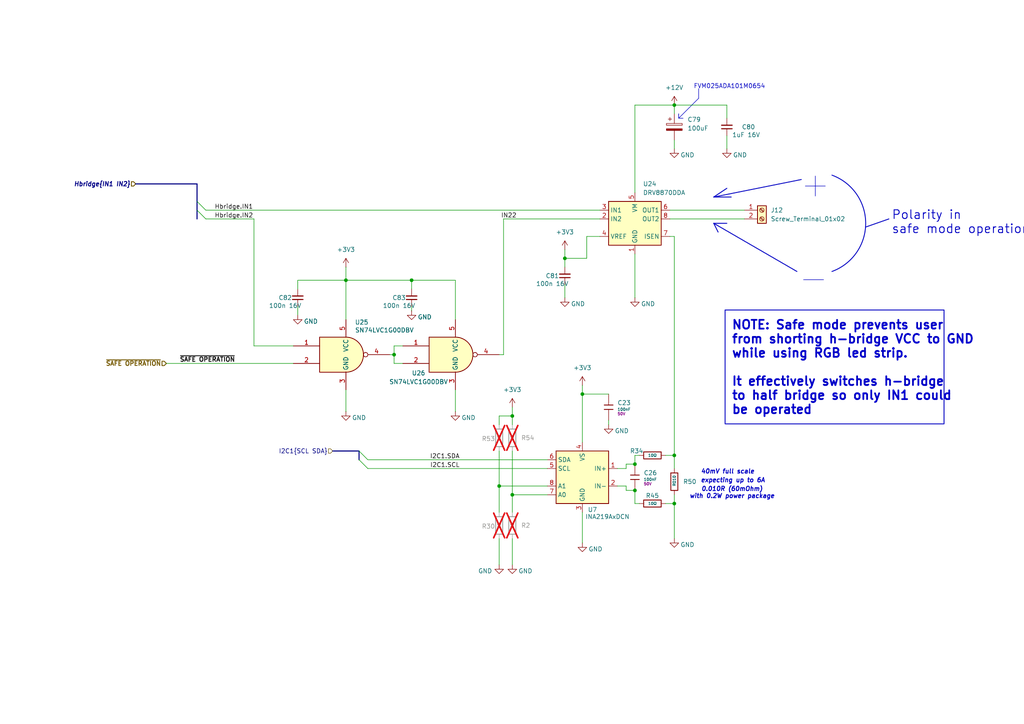
<source format=kicad_sch>
(kicad_sch (version 20231120) (generator "eeschema") (generator_version "8.0")
  (paper "A4")
  (title_block (date "2025-02-04") (rev "A") (company "Artem Horiunov") (comment 1 "DESIGNED IN POLAND"))
  (lib_symbols
    (symbol "74xGxx:SN74LVC1G00DBV"
      (property "Reference" "U" (at -5.08 7.62 0))
      (property "Value" "SN74LVC1G00DBV" (at 7.62 -7.62 0))
      (symbol "SN74LVC1G00DBV_0_1"
        (arc (start 0 -5.08) (mid 5.0579 0) (end 0 5.08) (stroke (width 0.254)) (fill (type background)))
        (polyline (pts (xy 0 -5.08) (xy -7.62 -5.08) (xy -7.62 5.08) (xy 0 5.08)) (stroke (width 0.254)) (fill (type background)))
      )
      (symbol "SN74LVC1G00DBV_1_1"
        (pin input line (at -15.24 2.54 0) (length 7.62) (name "~") (number "1"))
        (pin input line (at -15.24 -2.54 0) (length 7.62) (name "~") (number "2"))
        (pin power_in line (at 0 -10.16 90) (length 5.08) (name "GND") (number "3"))
        (pin output inverted (at 12.7 0 180) (length 7.62) (name "~") (number "4"))
        (pin power_in line (at 0 10.16 270) (length 5.08) (name "VCC") (number "5"))
      )
    )
    (symbol "Connector:Screw_Terminal_01x02" (pin_names (offset 1.016) hide)
      (property "Reference" "J" (at 0 2.54 0))
      (property "Value" "Screw_Terminal_01x02" (at 0 -5.08 0))
      (symbol "Screw_Terminal_01x02_1_1"
        (rectangle (start -1.27 1.27) (end 1.27 -3.81) (stroke (width 0.254)) (fill (type background)))
        (circle (center 0 -2.54) (radius 0.635) (stroke (width 0.1524)))
        (polyline (pts (xy -0.5334 -2.2098) (xy 0.3302 -3.048)) (stroke (width 0.1524)))
        (polyline (pts (xy -0.5334 0.3302) (xy 0.3302 -0.508)) (stroke (width 0.1524)))
        (polyline (pts (xy -0.3556 -2.032) (xy 0.508 -2.8702)) (stroke (width 0.1524)))
        (polyline (pts (xy -0.3556 0.508) (xy 0.508 -0.3302)) (stroke (width 0.1524)))
        (circle (center 0 0) (radius 0.635) (stroke (width 0.1524)))
        (pin passive line (at -5.08 0 0) (length 3.81) (name "Pin_1") (number "1"))
        (pin passive line (at -5.08 -2.54 0) (length 3.81) (name "Pin_2") (number "2"))
      )
    )
    (symbol "Device:C_Polarized" (pin_numbers hide) (pin_names (offset 0.254))
      (property "Reference" "C" (at 0.635 2.54 0))
      (property "Value" "C_Polarized" (at 0.635 -2.54 0))
      (symbol "C_Polarized_0_1"
        (rectangle (start -2.286 0.508) (end 2.286 1.016))
        (polyline (pts (xy -1.778 2.286) (xy -0.762 2.286)))
        (polyline (pts (xy -1.27 2.794) (xy -1.27 1.778)))
        (rectangle (start 2.286 -0.508) (end -2.286 -1.016) (fill (type outline)))
      )
      (symbol "C_Polarized_1_1"
        (pin passive line (at 0 3.81 270) (length 2.794) (name "~") (number "1"))
        (pin passive line (at 0 -3.81 90) (length 2.794) (name "~") (number "2"))
      )
    )
    (symbol "Device:C_Small" (pin_numbers hide) (pin_names (offset 0.254) hide)
      (property "Reference" "C" (at 0.254 1.778 0))
      (property "Value" "C_Small" (at 0.254 -2.032 0))
      (symbol "C_Small_0_1"
        (polyline (pts (xy -1.524 -0.508) (xy 1.524 -0.508)) (stroke (width 0.3302)))
        (polyline (pts (xy -1.524 0.508) (xy 1.524 0.508)) (stroke (width 0.3048)))
      )
      (symbol "C_Small_1_1"
        (pin passive line (at 0 2.54 270) (length 2.032) (name "~") (number "1"))
        (pin passive line (at 0 -2.54 90) (length 2.032) (name "~") (number "2"))
      )
    )
    (symbol "Driver_Motor:DRV8870DDA"
      (property "Reference" "U" (at -6.35 6.35 0))
      (property "Value" "DRV8870DDA" (at 8.89 6.35 0))
      (symbol "DRV8870DDA_0_1"
        (rectangle (start -7.62 5.08) (end 7.62 -7.62) (stroke (width 0.254)) (fill (type background)))
      )
      (symbol "DRV8870DDA_1_1"
        (pin power_in line (at 0 -10.16 90) (length 2.54) (name "GND") (number "1"))
        (pin input line (at -10.16 0 0) (length 2.54) (name "IN2") (number "2"))
        (pin input line (at -10.16 2.54 0) (length 2.54) (name "IN1") (number "3"))
        (pin input line (at -10.16 -5.08 0) (length 2.54) (name "VREF") (number "4"))
        (pin power_in line (at 0 7.62 270) (length 2.54) (name "VM") (number "5"))
        (pin output line (at 10.16 2.54 180) (length 2.54) (name "OUT1") (number "6"))
        (pin passive line (at 10.16 -5.08 180) (length 2.54) (name "ISEN") (number "7"))
        (pin output line (at 10.16 0 180) (length 2.54) (name "OUT2") (number "8"))
        (pin passive line (at 0 -10.16 90) (length 2.54) hide (name "GND") (number "9"))
      )
    )
    (symbol "PCM_JLCPCB-Capacitors:0402,100nF,(2)" (pin_numbers hide) (pin_names (offset 0))
      (property "Reference" "C" (at 2.032 1.668 0))
      (property "Value" "100nF" (at 2.032 -0.3782 0))
      (property "Voltage Rated" "50V" (at 2.032 -2.0462 0))
      (symbol "0402,100nF,(2)_0_1"
        (polyline (pts (xy -1.27 -0.635) (xy 1.27 -0.635)) (stroke (width 0.254)))
        (polyline (pts (xy -1.27 0.635) (xy 1.27 0.635)) (stroke (width 0.254)))
      )
      (symbol "0402,100nF,(2)_1_1"
        (pin passive line (at 0 3.81 270) (length 3.175) (name "~") (number "1"))
        (pin passive line (at 0 -3.81 90) (length 3.175) (name "~") (number "2"))
      )
    )
    (symbol "PCM_JLCPCB-Resistors:0402,0Ω" (pin_numbers hide) (pin_names (offset 0))
      (property "Reference" "R" (at 1.778 0 0))
      (property "Value" "0Ω" (at 0 0 90))
      (symbol "0402,0Ω_0_1"
        (rectangle (start -1.016 2.54) (end 1.016 -2.54) (stroke (width 0.254)))
      )
      (symbol "0402,0Ω_1_1"
        (pin passive line (at 0 3.81 270) (length 1.27) (name "~") (number "1"))
        (pin passive line (at 0 -3.81 90) (length 1.27) (name "~") (number "2"))
      )
    )
    (symbol "PCM_JLCPCB-Resistors:0402,10Ω" (pin_numbers hide) (pin_names (offset 0))
      (property "Reference" "R" (at 1.778 0 0))
      (property "Value" "10Ω" (at 0 0 90))
      (symbol "0402,10Ω_0_1"
        (rectangle (start -1.016 2.54) (end 1.016 -2.54) (stroke (width 0.254)))
      )
      (symbol "0402,10Ω_1_1"
        (pin passive line (at 0 3.81 270) (length 1.27) (name "~") (number "1"))
        (pin passive line (at 0 -3.81 90) (length 1.27) (name "~") (number "2"))
      )
    )
    (symbol "PCM_JLCPCB-Resistors:0805,2Ω" (pin_numbers hide) (pin_names (offset 0))
      (property "Reference" "R" (at 1.778 0 0))
      (property "Value" "2Ω" (at 0 0 90))
      (symbol "0805,2Ω_0_1"
        (rectangle (start -1.016 2.54) (end 1.016 -2.54) (stroke (width 0.254)))
      )
      (symbol "0805,2Ω_1_1"
        (pin passive line (at 0 3.81 270) (length 1.27) (name "~") (number "1"))
        (pin passive line (at 0 -3.81 90) (length 1.27) (name "~") (number "2"))
      )
    )
    (symbol "Sensor_Energy:INA219AxDCN"
      (property "Reference" "U" (at -6.35 8.89 0))
      (property "Value" "INA219AxDCN" (at 6.35 8.89 0))
      (symbol "INA219AxDCN_0_1"
        (rectangle (start -7.62 7.62) (end 7.62 -7.62) (stroke (width 0.254)) (fill (type background)))
      )
      (symbol "INA219AxDCN_1_1"
        (pin input line (at -10.16 2.54 0) (length 2.54) (name "IN+") (number "1"))
        (pin input line (at -10.16 -2.54 0) (length 2.54) (name "IN-") (number "2"))
        (pin power_in line (at 0 -10.16 90) (length 2.54) (name "GND") (number "3"))
        (pin power_in line (at 0 10.16 270) (length 2.54) (name "VS") (number "4"))
        (pin input line (at 10.16 2.54 180) (length 2.54) (name "SCL") (number "5"))
        (pin bidirectional line (at 10.16 5.08 180) (length 2.54) (name "SDA") (number "6"))
        (pin input line (at 10.16 -5.08 180) (length 2.54) (name "A0") (number "7"))
        (pin input line (at 10.16 -2.54 180) (length 2.54) (name "A1") (number "8"))
      )
    )
    (symbol "power:+12V" (power) (pin_numbers hide) (pin_names (offset 0) hide)
      (property "Value" "+12V" (at 0 3.556 0))
      (symbol "+12V_0_1"
        (polyline (pts (xy -0.762 1.27) (xy 0 2.54)))
        (polyline (pts (xy 0 0) (xy 0 2.54)))
        (polyline (pts (xy 0 2.54) (xy 0.762 1.27)))
      )
      (symbol "+12V_1_1"
        (pin power_in line (at 0 0 90) (length 0) (name "~") (number "1"))
      )
    )
    (symbol "power:+3V3" (power) (pin_numbers hide) (pin_names (offset 0) hide)
      (property "Value" "+3V3" (at 0 3.556 0))
      (symbol "+3V3_0_1"
        (polyline (pts (xy -0.762 1.27) (xy 0 2.54)))
        (polyline (pts (xy 0 0) (xy 0 2.54)))
        (polyline (pts (xy 0 2.54) (xy 0.762 1.27)))
      )
      (symbol "+3V3_1_1"
        (pin power_in line (at 0 0 90) (length 0) (name "~") (number "1"))
      )
    )
    (symbol "power:GND" (power) (pin_numbers hide) (pin_names (offset 0) hide)
      (property "Value" "GND" (at 0 -3.81 0))
      (symbol "GND_0_1"
        (polyline (pts (xy 0 0) (xy 0 -1.27) (xy 1.27 -1.27) (xy 0 -2.54) (xy -1.27 -1.27) (xy 0 -1.27)))
      )
      (symbol "GND_1_1"
        (pin power_in line (at 0 0 270) (length 0) (name "~") (number "1"))
      )
    )
  )
  (junction (at 168.91 114.3))
  (junction (at 144.78 140.97))
  (junction (at 184.15 142.24))
  (junction (at 163.83 74.93))
  (junction (at 195.58 30.48))
  (junction (at 100.33 81.28))
  (junction (at 195.58 146.05))
  (junction (at 184.15 134.62))
  (junction (at 148.59 143.51))
  (junction (at 119.38 81.28))
  (junction (at 114.3 102.87))
  (junction (at 195.58 132.08))
  (junction (at 148.59 120.65))
  (bus_entry (at 104.14 130.81) (size 2.54 2.54))
  (bus_entry (at 104.14 133.35) (size 2.54 2.54))
  (bus_entry (at 57.15 58.42) (size 2.54 2.54))
  (bus_entry (at 57.15 60.96) (size 2.54 2.54))
  (wire (pts (xy 195.58 30.48) (xy 195.58 33.02)))
  (wire (pts (xy 194.31 63.5) (xy 215.9 63.5)))
  (wire (pts (xy 73.66 100.33) (xy 85.09 100.33)))
  (wire (pts (xy 163.83 74.93) (xy 163.83 77.47)))
  (wire (pts (xy 179.07 140.97) (xy 181.61 140.97)))
  (wire (pts (xy 158.75 140.97) (xy 144.78 140.97)))
  (wire (pts (xy 185.42 146.05) (xy 184.15 146.05)))
  (wire (pts (xy 181.61 140.97) (xy 181.61 142.24)))
  (wire (pts (xy 193.04 132.08) (xy 195.58 132.08)))
  (wire (pts (xy 144.78 130.81) (xy 144.78 140.97)))
  (bus (pts (xy 57.15 58.42) (xy 57.15 60.96)))
  (wire (pts (xy 163.83 72.39) (xy 163.83 74.93)))
  (wire (pts (xy 184.15 146.05) (xy 184.15 142.24)))
  (wire (pts (xy 146.05 63.5) (xy 173.99 63.5)))
  (wire (pts (xy 100.33 113.03) (xy 100.33 119.38)))
  (wire (pts (xy 181.61 135.89) (xy 181.61 134.62)))
  (wire (pts (xy 181.61 142.24) (xy 184.15 142.24)))
  (wire (pts (xy 86.36 81.28) (xy 100.33 81.28)))
  (wire (pts (xy 114.3 102.87) (xy 114.3 105.41)))
  (polyline (pts (xy 207.01 64.77) (xy 208.28 67.31)) (stroke (width 0.254)))
  (wire (pts (xy 184.15 30.48) (xy 195.58 30.48)))
  (wire (pts (xy 170.18 74.93) (xy 163.83 74.93)))
  (polyline (pts (xy 196.85 33.02) (xy 196.85 34.29)))
  (wire (pts (xy 59.69 63.5) (xy 73.66 63.5)))
  (wire (pts (xy 184.15 55.88) (xy 184.15 30.48)))
  (wire (pts (xy 114.3 100.33) (xy 114.3 102.87)))
  (wire (pts (xy 144.78 123.19) (xy 144.78 120.65)))
  (wire (pts (xy 193.04 146.05) (xy 195.58 146.05)))
  (polyline (pts (xy 207.01 57.15) (xy 212.09 57.15)) (stroke (width 0.254)))
  (wire (pts (xy 100.33 81.28) (xy 100.33 92.71)))
  (bus (pts (xy 57.15 60.96) (xy 57.15 63.5)))
  (wire (pts (xy 210.82 30.48) (xy 210.82 34.29)))
  (wire (pts (xy 210.82 30.48) (xy 195.58 30.48)))
  (wire (pts (xy 195.58 40.64) (xy 195.58 43.18)))
  (wire (pts (xy 168.91 148.59) (xy 168.91 157.48)))
  (wire (pts (xy 163.83 82.55) (xy 163.83 86.36)))
  (polyline (pts (xy 202.6391 25.6946) (xy 202.6391 28.5009)))
  (wire (pts (xy 144.78 156.21) (xy 144.78 163.83)))
  (wire (pts (xy 148.59 130.81) (xy 148.59 143.51)))
  (wire (pts (xy 195.58 68.58) (xy 194.31 68.58)))
  (wire (pts (xy 119.38 81.28) (xy 119.38 83.82)))
  (polyline (pts (xy 207.01 64.77) (xy 210.82 64.77)) (stroke (width 0.254)))
  (wire (pts (xy 132.08 113.03) (xy 132.08 119.38)))
  (polyline (pts (xy 196.85 34.29) (xy 198.12 34.29)))
  (wire (pts (xy 59.69 60.96) (xy 173.99 60.96)))
  (wire (pts (xy 173.99 68.58) (xy 170.18 68.58)))
  (polyline (pts (xy 207.01 57.15) (xy 210.82 54.61)) (stroke (width 0.254)))
  (wire (pts (xy 106.68 135.89) (xy 158.75 135.89)))
  (polyline (pts (xy 196.85 33.02) (xy 196.85 34.29)))
  (wire (pts (xy 170.18 68.58) (xy 170.18 74.93)))
  (wire (pts (xy 194.31 60.96) (xy 215.9 60.96)))
  (polyline (pts (xy 202.6391 28.5009) (xy 196.85 34.29)))
  (wire (pts (xy 144.78 140.97) (xy 144.78 148.59)))
  (wire (pts (xy 184.15 73.66) (xy 184.15 86.36)))
  (wire (pts (xy 86.36 81.28) (xy 86.36 83.82)))
  (wire (pts (xy 119.38 81.28) (xy 132.08 81.28)))
  (wire (pts (xy 86.36 88.9) (xy 86.36 91.44)))
  (wire (pts (xy 148.59 143.51) (xy 148.59 148.59)))
  (wire (pts (xy 181.61 134.62) (xy 184.15 134.62)))
  (polyline (pts (xy 232.41 52.07) (xy 207.01 57.15)) (stroke (width 0.254)))
  (wire (pts (xy 184.15 132.08) (xy 184.15 134.62)))
  (wire (pts (xy 144.78 120.65) (xy 148.59 120.65)))
  (wire (pts (xy 106.68 133.35) (xy 158.75 133.35)))
  (polyline (pts (xy 207.01 64.77) (xy 231.14 78.74)) (stroke (width 0.254)))
  (wire (pts (xy 195.58 146.05) (xy 195.58 156.21)))
  (wire (pts (xy 146.05 102.87) (xy 146.05 63.5)))
  (wire (pts (xy 195.58 68.58) (xy 195.58 132.08)))
  (wire (pts (xy 158.75 143.51) (xy 148.59 143.51)))
  (wire (pts (xy 210.82 39.37) (xy 210.82 43.18)))
  (wire (pts (xy 168.91 111.76) (xy 168.91 114.3)))
  (wire (pts (xy 119.38 88.9) (xy 119.38 90.17)))
  (wire (pts (xy 100.33 77.47) (xy 100.33 81.28)))
  (wire (pts (xy 48.26 105.41) (xy 85.09 105.41)))
  (wire (pts (xy 148.59 156.21) (xy 148.59 163.83)))
  (wire (pts (xy 100.33 81.28) (xy 119.38 81.28)))
  (wire (pts (xy 195.58 143.51) (xy 195.58 146.05)))
  (bus (pts (xy 96.52 130.81) (xy 104.14 130.81)))
  (wire (pts (xy 179.07 135.89) (xy 181.61 135.89)))
  (wire (pts (xy 132.08 81.28) (xy 132.08 92.71)))
  (wire (pts (xy 176.53 114.3) (xy 168.91 114.3)))
  (wire (pts (xy 185.42 132.08) (xy 184.15 132.08)))
  (bus (pts (xy 39.37 53.34) (xy 57.15 53.34)))
  (wire (pts (xy 148.59 120.65) (xy 148.59 123.19)))
  (wire (pts (xy 73.66 63.5) (xy 73.66 100.33)))
  (wire (pts (xy 146.05 102.87) (xy 144.78 102.87)))
  (wire (pts (xy 113.03 102.87) (xy 114.3 102.87)))
  (wire (pts (xy 168.91 114.3) (xy 168.91 128.27)))
  (bus (pts (xy 57.15 53.34) (xy 57.15 58.42)))
  (bus (pts (xy 104.14 130.81) (xy 104.14 133.35)))
  (wire (pts (xy 148.59 118.11) (xy 148.59 120.65)))
  (wire (pts (xy 114.3 105.41) (xy 116.84 105.41)))
  (wire (pts (xy 116.84 100.33) (xy 114.3 100.33)))
  (wire (pts (xy 195.58 132.08) (xy 195.58 135.89)))
  (polyline (pts (xy 251.0966 65.8449) (xy 257.81 63.5)) (stroke (width 0.254)))
  (wire (pts (xy 176.53 121.92) (xy 176.53 123.19)))
  (arc (start 241.3 50.8) (mid 251.085 64.77) (end 241.3 78.74) (stroke (width 0.254)))
  (rectangle (start 210.312 89.916) (end 273.812 122.936) (stroke (width 0.254)))
  (text "-\n" (at 235.966 80.772 0) (effects (font (size 7.62 7.62))))
  (text "expecting up to 6A\n" (at 212.598 139.446 0) (effects (font (size 1.27 1.27) (bold yes) (italic yes))))
  (text "NOTE: Safe mode prevents user\nfrom shorting h-bridge VCC to GND\nwhile using RGB led strip.\n\nIt effectively switches h-bridge\nto half bridge so only IN1 could\nbe operated" (at 212.09 106.68 0) (effects (font (size 2.54 2.54) (bold yes)) (justify left)))
  (text "FVM025ADA101M0654" (at 211.582 25.146 0) (effects (font (size 1.27 1.27))))
  (text "0.010R (60mOhm)\nwith 0.2W power package" (at 212.344 143.002 0) (effects (font (size 1.27 1.27) (bold yes) (italic yes))))
  (text "40mV full scale" (at 211.074 136.906 0) (effects (font (size 1.27 1.27) (bold yes) (italic yes))))
  (text "Polarity in\nsafe mode operation\n" (at 258.572 64.516 0) (effects (font (size 2.54 2.54) (thickness 0.254) (bold yes)) (justify left)))
  (text "+" (at 236.474 53.594 0) (effects (font (size 7.62 7.62))))
  (label "~{SAFE OPERATION}" (at 52.07 105.41 0) (effects (font (bold yes))))
  (label "I2C1.SDA" (at 133.35 133.35 180))
  (label "I2C1.SCL" (at 133.35 135.89 180))
  (label "Hbridge.IN1" (at 62.23 60.96 0))
  (label "Hbridge.IN2" (at 62.23 63.5 0))
  (label "IN22" (at 149.86 63.5 180))
  (hierarchical_label "I2C1{SCL SDA}" (shape input) (at 96.52 130.81 180))
  (hierarchical_label "~{SAFE OPERATION}" (shape input) (at 48.26 105.41 180) (effects (font (bold yes))))
  (hierarchical_label "Hbridge{IN1 IN2}" (shape input) (at 39.37 53.34 180) (effects (font (bold yes) (italic yes))))
  (symbol (lib_id "power:GND") (at 195.58 156.21 0) (unit 1)
    (property "Reference" "#PWR0174" (effects (hide yes)))
    (property "Value" "GND" (at 199.39 157.988 0))
    (property "Description" "Power symbol creates a global label with name \"GND\" , ground" (effects (hide yes)))
    (instances (project "SimpleLedController" (path "" (reference "#PWR0174") (unit 1)) (path "" (reference "#PWR0186") (unit 1)) (path "" (reference "#PWR0198") (unit 1))))
  )
  (symbol (lib_id "power:GND") (at 184.15 86.36 0) (unit 1)
    (property "Reference" "#PWR0173" (effects (hide yes)))
    (property "Value" "GND" (at 187.96 88.138 0))
    (property "Description" "Power symbol creates a global label with name \"GND\" , ground" (effects (hide yes)))
    (instances (project "SimpleLedController" (path "" (reference "#PWR0173") (unit 1)) (path "" (reference "#PWR0185") (unit 1)) (path "" (reference "#PWR0197") (unit 1))))
  )
  (symbol (lib_id "Device:C_Small") (at 119.38 86.36 0) (mirror x) (unit 1)
    (property "Reference" "C83" (at 113.792 86.36 0) (effects (justify left)))
    (property "Value" "100n 16V" (at 110.998 88.646 0) (effects (justify left)))
    (property "Footprint" "Capacitor_SMD:C_0402_1005Metric" (effects (hide yes)))
    (property "Description" "Unpolarized capacitor, small symbol" (effects (hide yes)))
    (instances (project "SimpleLedController" (path "" (reference "C83") (unit 1)) (path "" (reference "C88") (unit 1)) (path "" (reference "C93") (unit 1))))
  )
  (symbol (lib_id "PCM_JLCPCB-Resistors:0402,0Ω") (at 144.78 127 0) (unit 1) (dnp yes)
    (property "Reference" "R53" (at 139.7 127.254 0) (effects (justify left)))
    (property "Value" "0Ω" (at 144.78 127 90) (effects (font (size 0.8 0.8))))
    (property "Footprint" "PCM_JLCPCB:R_0402" (effects (hide yes)))
    (property "Datasheet" "https://www.lcsc.com/datasheet/lcsc_datasheet_2206010216_UNI-ROYAL-Uniroyal-Elec-0402WGF0000TCE_C17168.pdf" (effects (hide yes)))
    (property "Description" "62.5mW Thick Film Resistors 50V ±800ppm/°C ±1% 0Ω 0402 Chip Resistor - Surface Mount ROHS" (effects (hide yes)))
    (property "LCSC" "C17168" (effects (hide yes)))
    (property "Stock" "5514860" (effects (hide yes)))
    (property "Price" "0.004USD" (effects (hide yes)))
    (property "Process" "SMT" (effects (hide yes)))
    (property "Minimum Qty" "20" (effects (hide yes)))
    (property "Attrition Qty" "10" (effects (hide yes)))
    (property "Class" "Basic Component" (effects (hide yes)))
    (property "Category" "Resistors,Chip Resistor - Surface Mount" (effects (hide yes)))
    (property "Manufacturer" "UNI-ROYAL(Uniroyal Elec)" (effects (hide yes)))
    (property "Part" "0402WGF0000TCE" (effects (hide yes)))
    (property "Resistance" "0Ω" (effects (hide yes)))
    (property "Power(Watts)" "62.5mW" (effects (hide yes)))
    (property "Type" "Thick Film Resistors" (effects (hide yes)))
    (property "Overload Voltage (Max)" "50V" (effects (hide yes)))
    (property "Operating Temperature Range" "-55°C~+155°C" (effects (hide yes)))
    (property "Tolerance" "±1%" (effects (hide yes)))
    (property "Temperature Coefficient" "±800ppm/°C" (effects (hide yes)))
    (instances (project "SimpleLedController" (path "" (reference "R53") (unit 1)) (path "" (reference "R55") (unit 1)) (path "" (reference "R57") (unit 1))))
  )
  (symbol (lib_id "power:GND") (at 144.78 163.83 0) (unit 1)
    (property "Reference" "#PWR061" (effects (hide yes)))
    (property "Value" "GND" (at 140.716 165.608 0))
    (property "Description" "Power symbol creates a global label with name \"GND\" , ground" (effects (hide yes)))
    (instances (project "SimpleLedController" (path "" (reference "#PWR061") (unit 1)) (path "" (reference "#PWR062") (unit 1)) (path "" (reference "#PWR063") (unit 1))))
  )
  (symbol (lib_id "Device:C_Small") (at 210.82 36.83 0) (mirror x) (unit 1)
    (property "Reference" "C80" (at 215.138 36.83 0) (effects (justify left)))
    (property "Value" "1uF 16V" (at 212.344 39.116 0) (effects (justify left)))
    (property "Footprint" "Capacitor_SMD:C_0402_1005Metric" (effects (hide yes)))
    (property "Description" "Unpolarized capacitor, small symbol" (effects (hide yes)))
    (instances (project "SimpleLedController" (path "" (reference "C80") (unit 1)) (path "" (reference "C85") (unit 1)) (path "" (reference "C90") (unit 1))))
  )
  (symbol (lib_id "74xGxx:SN74LVC1G00DBV") (at 132.08 102.87 0) (unit 1)
    (property "Reference" "U26" (at 121.412 108.204 0))
    (property "Value" "SN74LVC1G00DBV" (at 121.412 110.744 0))
    (property "Footprint" "Package_TO_SOT_SMD:SOT-23-5" (effects (hide yes)))
    (property "Datasheet" "http://www.ti.com/lit/ds/symlink/sn74lvc1g00.pdf" (effects (hide yes)))
    (property "Description" "Single NAND Gate, Low-Voltage CMOS, SOT-23" (effects (hide yes)))
    (instances (project "SimpleLedController" (path "" (reference "U26") (unit 1)) (path "" (reference "U29") (unit 1)) (path "" (reference "U32") (unit 1))))
  )
  (symbol (lib_id "PCM_JLCPCB-Resistors:0402,0Ω") (at 148.59 152.4 0) (unit 1) (dnp yes)
    (property "Reference" "R2" (at 151.13 152.4 0) (effects (justify left)))
    (property "Value" "0Ω" (at 148.59 152.4 90) (effects (font (size 0.8 0.8))))
    (property "Footprint" "PCM_JLCPCB:R_0402" (effects (hide yes)))
    (property "Datasheet" "https://www.lcsc.com/datasheet/lcsc_datasheet_2206010216_UNI-ROYAL-Uniroyal-Elec-0402WGF0000TCE_C17168.pdf" (effects (hide yes)))
    (property "Description" "62.5mW Thick Film Resistors 50V ±800ppm/°C ±1% 0Ω 0402 Chip Resistor - Surface Mount ROHS" (effects (hide yes)))
    (property "LCSC" "C17168" (effects (hide yes)))
    (property "Stock" "5514860" (effects (hide yes)))
    (property "Price" "0.004USD" (effects (hide yes)))
    (property "Process" "SMT" (effects (hide yes)))
    (property "Minimum Qty" "20" (effects (hide yes)))
    (property "Attrition Qty" "10" (effects (hide yes)))
    (property "Class" "Basic Component" (effects (hide yes)))
    (property "Category" "Resistors,Chip Resistor - Surface Mount" (effects (hide yes)))
    (property "Manufacturer" "UNI-ROYAL(Uniroyal Elec)" (effects (hide yes)))
    (property "Part" "0402WGF0000TCE" (effects (hide yes)))
    (property "Resistance" "0Ω" (effects (hide yes)))
    (property "Power(Watts)" "62.5mW" (effects (hide yes)))
    (property "Type" "Thick Film Resistors" (effects (hide yes)))
    (property "Overload Voltage (Max)" "50V" (effects (hide yes)))
    (property "Operating Temperature Range" "-55°C~+155°C" (effects (hide yes)))
    (property "Tolerance" "±1%" (effects (hide yes)))
    (property "Temperature Coefficient" "±800ppm/°C" (effects (hide yes)))
    (instances (project "" (path "" (reference "R2") (unit 1)) (path "" (reference "R27") (unit 1)) (path "" (reference "R29") (unit 1))))
  )
  (symbol (lib_id "power:GND") (at 195.58 43.18 0) (unit 1)
    (property "Reference" "#PWR0168" (effects (hide yes)))
    (property "Value" "GND" (at 199.39 44.958 0))
    (property "Description" "Power symbol creates a global label with name \"GND\" , ground" (effects (hide yes)))
    (instances (project "SimpleLedController" (path "" (reference "#PWR0168") (unit 1)) (path "" (reference "#PWR0180") (unit 1)) (path "" (reference "#PWR0192") (unit 1))))
  )
  (symbol (lib_id "PCM_JLCPCB-Resistors:0402,10Ω") (at 189.23 146.05 90) (unit 1)
    (property "Reference" "R45" (at 189.23 143.764 90))
    (property "Value" "10Ω" (at 189.23 146.05 90) (effects (font (size 0.8 0.8))))
    (property "Footprint" "PCM_JLCPCB:R_0402" (effects (hide yes)))
    (property "Datasheet" "https://www.lcsc.com/datasheet/lcsc_datasheet_2205311900_UNI-ROYAL-Uniroyal-Elec-0402WGF100JTCE_C25077.pdf" (effects (hide yes)))
    (property "Description" "62.5mW Thick Film Resistors 50V ±1% ±200ppm/°C 10Ω 0402 Chip Resistor - Surface Mount ROHS" (effects (hide yes)))
    (property "LCSC" "C25077" (effects (hide yes)))
    (property "Stock" "1971594" (effects (hide yes)))
    (property "Price" "0.004USD" (effects (hide yes)))
    (property "Process" "SMT" (effects (hide yes)))
    (property "Minimum Qty" "20" (effects (hide yes)))
    (property "Attrition Qty" "10" (effects (hide yes)))
    (property "Class" "Basic Component" (effects (hide yes)))
    (property "Category" "Resistors,Chip Resistor - Surface Mount" (effects (hide yes)))
    (property "Manufacturer" "UNI-ROYAL(Uniroyal Elec)" (effects (hide yes)))
    (property "Part" "0402WGF100JTCE" (effects (hide yes)))
    (property "Resistance" "10Ω" (effects (hide yes)))
    (property "Power(Watts)" "62.5mW" (effects (hide yes)))
    (property "Type" "Thick Film Resistors" (effects (hide yes)))
    (property "Overload Voltage (Max)" "50V" (effects (hide yes)))
    (property "Operating Temperature Range" "-55°C~+155°C" (effects (hide yes)))
    (property "Tolerance" "±1%" (effects (hide yes)))
    (property "Temperature Coefficient" "±200ppm/°C" (effects (hide yes)))
    (instances (project "SimpleLedController" (path "" (reference "R45") (unit 1)) (path "" (reference "R46") (unit 1)) (path "" (reference "R49") (unit 1))))
  )
  (symbol (lib_id "Sensor_Energy:INA219AxDCN") (at 168.91 138.43 0) (mirror y) (unit 1)
    (property "Reference" "U7" (at 173.228 147.828 0) (effects (justify left)))
    (property "Value" "INA219AxDCN" (at 182.626 149.86 0) (effects (justify left)))
    (property "Footprint" "Package_TO_SOT_SMD:SOT-23-8" (effects (hide yes)))
    (property "Datasheet" "http://www.ti.com/lit/ds/symlink/ina219.pdf" (effects (hide yes)))
    (property "Description" "Zero-Drift, Bidirectional Current/Power Monitor (0-26V) With I2C Interface, SOT-23-8" (effects (hide yes)))
    (instances (project "" (path "" (reference "U7") (unit 1)) (path "" (reference "U9") (unit 1)) (path "" (reference "U10") (unit 1))))
  )
  (symbol (lib_id "power:GND") (at 132.08 119.38 0) (unit 1)
    (property "Reference" "#PWR0178" (effects (hide yes)))
    (property "Value" "GND" (at 135.89 121.158 0))
    (property "Description" "Power symbol creates a global label with name \"GND\" , ground" (effects (hide yes)))
    (instances (project "SimpleLedController" (path "" (reference "#PWR0178") (unit 1)) (path "" (reference "#PWR0190") (unit 1)) (path "" (reference "#PWR0202") (unit 1))))
  )
  (symbol (lib_id "power:GND") (at 176.53 123.19 0) (unit 1)
    (property "Reference" "#PWR055" (effects (hide yes)))
    (property "Value" "GND" (at 180.34 124.968 0))
    (property "Description" "Power symbol creates a global label with name \"GND\" , ground" (effects (hide yes)))
    (instances (project "SimpleLedController" (path "" (reference "#PWR055") (unit 1)) (path "" (reference "#PWR056") (unit 1)) (path "" (reference "#PWR057") (unit 1))))
  )
  (symbol (lib_id "power:GND") (at 210.82 43.18 0) (unit 1)
    (property "Reference" "#PWR0169" (effects (hide yes)))
    (property "Value" "GND" (at 214.63 44.958 0))
    (property "Description" "Power symbol creates a global label with name \"GND\" , ground" (effects (hide yes)))
    (instances (project "SimpleLedController" (path "" (reference "#PWR0169") (unit 1)) (path "" (reference "#PWR0181") (unit 1)) (path "" (reference "#PWR0193") (unit 1))))
  )
  (symbol (lib_id "power:+3V3") (at 100.33 77.47 0) (unit 1)
    (property "Reference" "#PWR0171" (effects (hide yes)))
    (property "Value" "+3V3" (at 100.33 72.39 0))
    (property "Description" "Power symbol creates a global label with name \"+3V3\"" (effects (hide yes)))
    (instances (project "SimpleLedController" (path "" (reference "#PWR0171") (unit 1)) (path "" (reference "#PWR0183") (unit 1)) (path "" (reference "#PWR0195") (unit 1))))
  )
  (symbol (lib_id "PCM_JLCPCB-Capacitors:0402,100nF,(2)") (at 184.15 138.43 0) (unit 1)
    (property "Reference" "C26" (at 186.69 137.16 0) (effects (justify left)))
    (property "Value" "100nF" (at 186.69 139.065 0) (effects (font (size 0.8 0.8)) (justify left)))
    (property "Footprint" "PCM_JLCPCB:C_0402" (effects (hide yes)))
    (property "Datasheet" "https://www.lcsc.com/datasheet/lcsc_datasheet_2304140030_Samsung-Electro-Mechanics-CL05B104KB54PNC_C307331.pdf" (effects (hide yes)))
    (property "Description" "50V 100nF X7R ±10% 0402 Multilayer Ceramic Capacitors MLCC - SMD/SMT ROHS" (effects (hide yes)))
    (property "LCSC" "C307331" (effects (hide yes)))
    (property "Stock" "5358037" (effects (hide yes)))
    (property "Price" "0.008USD" (effects (hide yes)))
    (property "Process" "SMT" (effects (hide yes)))
    (property "Minimum Qty" "20" (effects (hide yes)))
    (property "Attrition Qty" "10" (effects (hide yes)))
    (property "Class" "Basic Component" (effects (hide yes)))
    (property "Category" "Capacitors,Multilayer Ceramic Capacitors MLCC - SMD/SMT" (effects (hide yes)))
    (property "Manufacturer" "Samsung Electro-Mechanics" (effects (hide yes)))
    (property "Part" "CL05B104KB54PNC" (effects (hide yes)))
    (property "Voltage Rated" "50V" (at 186.69 140.335 0) (effects (font (size 0.8 0.8)) (justify left)))
    (property "Tolerance" "±10%" (effects (hide yes)))
    (property "Capacitance" "100nF" (effects (hide yes)))
    (property "Temperature Coefficient" "X7R" (effects (hide yes)))
    (instances (project "SimpleLedController" (path "" (reference "C26") (unit 1)) (path "" (reference "C27") (unit 1)) (path "" (reference "C28") (unit 1))))
  )
  (symbol (lib_id "Device:C_Small") (at 86.36 86.36 0) (mirror x) (unit 1)
    (property "Reference" "C82" (at 80.772 86.36 0) (effects (justify left)))
    (property "Value" "100n 16V" (at 77.978 88.646 0) (effects (justify left)))
    (property "Footprint" "Capacitor_SMD:C_0402_1005Metric" (effects (hide yes)))
    (property "Description" "Unpolarized capacitor, small symbol" (effects (hide yes)))
    (instances (project "SimpleLedController" (path "" (reference "C82") (unit 1)) (path "" (reference "C87") (unit 1)) (path "" (reference "C92") (unit 1))))
  )
  (symbol (lib_id "Connector:Screw_Terminal_01x02") (at 220.98 60.96 0) (unit 1)
    (property "Reference" "J12" (at 223.52 60.96 0) (effects (justify left)))
    (property "Value" "Screw_Terminal_01x02" (at 223.52 63.5 0) (effects (justify left)))
    (property "Footprint" "TerminalBlock:TerminalBlock_Altech_AK300-2_P5.00mm" (effects (hide yes)))
    (property "Description" "Generic screw terminal, single row, 01x02, script generated (kicad-library-utils/schlib/autogen/connector/)" (effects (hide yes)))
    (instances (project "SimpleLedController" (path "" (reference "J12") (unit 1)) (path "" (reference "J13") (unit 1)) (path "" (reference "J14") (unit 1))))
  )
  (symbol (lib_id "Device:C_Small") (at 163.83 80.01 0) (mirror x) (unit 1)
    (property "Reference" "C81" (at 158.242 80.01 0) (effects (justify left)))
    (property "Value" "100n 16V" (at 155.448 82.296 0) (effects (justify left)))
    (property "Footprint" "Capacitor_SMD:C_0402_1005Metric" (effects (hide yes)))
    (property "Description" "Unpolarized capacitor, small symbol" (effects (hide yes)))
    (instances (project "SimpleLedController" (path "" (reference "C81") (unit 1)) (path "" (reference "C86") (unit 1)) (path "" (reference "C91") (unit 1))))
  )
  (symbol (lib_id "power:GND") (at 163.83 86.36 0) (unit 1)
    (property "Reference" "#PWR0172" (effects (hide yes)))
    (property "Value" "GND" (at 167.64 88.138 0))
    (property "Description" "Power symbol creates a global label with name \"GND\" , ground" (effects (hide yes)))
    (instances (project "SimpleLedController" (path "" (reference "#PWR0172") (unit 1)) (path "" (reference "#PWR0184") (unit 1)) (path "" (reference "#PWR0196") (unit 1))))
  )
  (symbol (lib_id "power:GND") (at 100.33 119.38 0) (unit 1)
    (property "Reference" "#PWR0177" (effects (hide yes)))
    (property "Value" "GND" (at 104.14 121.158 0))
    (property "Description" "Power symbol creates a global label with name \"GND\" , ground" (effects (hide yes)))
    (instances (project "SimpleLedController" (path "" (reference "#PWR0177") (unit 1)) (path "" (reference "#PWR0189") (unit 1)) (path "" (reference "#PWR0201") (unit 1))))
  )
  (symbol (lib_id "power:+3V3") (at 168.91 111.76 0) (unit 1)
    (property "Reference" "#PWR052" (effects (hide yes)))
    (property "Value" "+3V3" (at 168.91 106.68 0))
    (property "Description" "Power symbol creates a global label with name \"+3V3\"" (effects (hide yes)))
    (instances (project "SimpleLedController" (path "" (reference "#PWR052") (unit 1)) (path "" (reference "#PWR053") (unit 1)) (path "" (reference "#PWR054") (unit 1))))
  )
  (symbol (lib_id "74xGxx:SN74LVC1G00DBV") (at 100.33 102.87 0) (unit 1)
    (property "Reference" "U25" (at 104.902 93.472 0))
    (property "Value" "SN74LVC1G00DBV" (at 111.506 95.758 0))
    (property "Footprint" "Package_TO_SOT_SMD:SOT-23-5" (effects (hide yes)))
    (property "Datasheet" "http://www.ti.com/lit/ds/symlink/sn74lvc1g00.pdf" (effects (hide yes)))
    (property "Description" "Single NAND Gate, Low-Voltage CMOS, SOT-23" (effects (hide yes)))
    (instances (project "SimpleLedController" (path "" (reference "U25") (unit 1)) (path "" (reference "U28") (unit 1)) (path "" (reference "U31") (unit 1))))
  )
  (symbol (lib_id "PCM_JLCPCB-Resistors:0402,0Ω") (at 148.59 127 0) (unit 1) (dnp yes)
    (property "Reference" "R54" (at 151.13 127 0) (effects (justify left)))
    (property "Value" "0Ω" (at 148.59 127 90) (effects (font (size 0.8 0.8))))
    (property "Footprint" "PCM_JLCPCB:R_0402" (effects (hide yes)))
    (property "Datasheet" "https://www.lcsc.com/datasheet/lcsc_datasheet_2206010216_UNI-ROYAL-Uniroyal-Elec-0402WGF0000TCE_C17168.pdf" (effects (hide yes)))
    (property "Description" "62.5mW Thick Film Resistors 50V ±800ppm/°C ±1% 0Ω 0402 Chip Resistor - Surface Mount ROHS" (effects (hide yes)))
    (property "LCSC" "C17168" (effects (hide yes)))
    (property "Stock" "5514860" (effects (hide yes)))
    (property "Price" "0.004USD" (effects (hide yes)))
    (property "Process" "SMT" (effects (hide yes)))
    (property "Minimum Qty" "20" (effects (hide yes)))
    (property "Attrition Qty" "10" (effects (hide yes)))
    (property "Class" "Basic Component" (effects (hide yes)))
    (property "Category" "Resistors,Chip Resistor - Surface Mount" (effects (hide yes)))
    (property "Manufacturer" "UNI-ROYAL(Uniroyal Elec)" (effects (hide yes)))
    (property "Part" "0402WGF0000TCE" (effects (hide yes)))
    (property "Resistance" "0Ω" (effects (hide yes)))
    (property "Power(Watts)" "62.5mW" (effects (hide yes)))
    (property "Type" "Thick Film Resistors" (effects (hide yes)))
    (property "Overload Voltage (Max)" "50V" (effects (hide yes)))
    (property "Operating Temperature Range" "-55°C~+155°C" (effects (hide yes)))
    (property "Tolerance" "±1%" (effects (hide yes)))
    (property "Temperature Coefficient" "±800ppm/°C" (effects (hide yes)))
    (instances (project "SimpleLedController" (path "" (reference "R54") (unit 1)) (path "" (reference "R56") (unit 1)) (path "" (reference "R58") (unit 1))))
  )
  (symbol (lib_id "power:+3V3") (at 163.83 72.39 0) (unit 1)
    (property "Reference" "#PWR0170" (effects (hide yes)))
    (property "Value" "+3V3" (at 163.83 67.31 0))
    (property "Description" "Power symbol creates a global label with name \"+3V3\"" (effects (hide yes)))
    (instances (project "SimpleLedController" (path "" (reference "#PWR0170") (unit 1)) (path "" (reference "#PWR0182") (unit 1)) (path "" (reference "#PWR0194") (unit 1))))
  )
  (symbol (lib_id "Device:C_Polarized") (at 195.58 36.83 0) (unit 1)
    (property "Reference" "C79" (at 199.39 34.671 0) (effects (justify left)))
    (property "Value" "100uF" (at 199.39 37.211 0) (effects (justify left)))
    (property "Footprint" "Capacitor_SMD:CP_Elec_6.3x5.4" (effects (hide yes)))
    (property "Description" "Polarized capacitor" (effects (hide yes)))
    (instances (project "SimpleLedController" (path "" (reference "C79") (unit 1)) (path "" (reference "C84") (unit 1)) (path "" (reference "C89") (unit 1))))
  )
  (symbol (lib_id "power:GND") (at 86.36 91.44 0) (unit 1)
    (property "Reference" "#PWR0176" (effects (hide yes)))
    (property "Value" "GND" (at 90.17 93.218 0))
    (property "Description" "Power symbol creates a global label with name \"GND\" , ground" (effects (hide yes)))
    (instances (project "SimpleLedController" (path "" (reference "#PWR0176") (unit 1)) (path "" (reference "#PWR0188") (unit 1)) (path "" (reference "#PWR0200") (unit 1))))
  )
  (symbol (lib_id "PCM_JLCPCB-Resistors:0402,10Ω") (at 189.23 132.08 90) (unit 1)
    (property "Reference" "R34" (at 184.658 130.81 90))
    (property "Value" "10Ω" (at 189.23 132.08 90) (effects (font (size 0.8 0.8))))
    (property "Footprint" "PCM_JLCPCB:R_0402" (effects (hide yes)))
    (property "Datasheet" "https://www.lcsc.com/datasheet/lcsc_datasheet_2205311900_UNI-ROYAL-Uniroyal-Elec-0402WGF100JTCE_C25077.pdf" (effects (hide yes)))
    (property "Description" "62.5mW Thick Film Resistors 50V ±1% ±200ppm/°C 10Ω 0402 Chip Resistor - Surface Mount ROHS" (effects (hide yes)))
    (property "LCSC" "C25077" (effects (hide yes)))
    (property "Stock" "1971594" (effects (hide yes)))
    (property "Price" "0.004USD" (effects (hide yes)))
    (property "Process" "SMT" (effects (hide yes)))
    (property "Minimum Qty" "20" (effects (hide yes)))
    (property "Attrition Qty" "10" (effects (hide yes)))
    (property "Class" "Basic Component" (effects (hide yes)))
    (property "Category" "Resistors,Chip Resistor - Surface Mount" (effects (hide yes)))
    (property "Manufacturer" "UNI-ROYAL(Uniroyal Elec)" (effects (hide yes)))
    (property "Part" "0402WGF100JTCE" (effects (hide yes)))
    (property "Resistance" "10Ω" (effects (hide yes)))
    (property "Power(Watts)" "62.5mW" (effects (hide yes)))
    (property "Type" "Thick Film Resistors" (effects (hide yes)))
    (property "Overload Voltage (Max)" "50V" (effects (hide yes)))
    (property "Operating Temperature Range" "-55°C~+155°C" (effects (hide yes)))
    (property "Tolerance" "±1%" (effects (hide yes)))
    (property "Temperature Coefficient" "±200ppm/°C" (effects (hide yes)))
    (instances (project "" (path "" (reference "R34") (unit 1)) (path "" (reference "R37") (unit 1)) (path "" (reference "R38") (unit 1))))
  )
  (symbol (lib_id "PCM_JLCPCB-Resistors:0402,0Ω") (at 144.78 152.4 0) (unit 1) (dnp yes)
    (property "Reference" "R30" (at 139.7 152.654 0) (effects (justify left)))
    (property "Value" "0Ω" (at 144.78 152.4 90) (effects (font (size 0.8 0.8))))
    (property "Footprint" "PCM_JLCPCB:R_0402" (effects (hide yes)))
    (property "Datasheet" "https://www.lcsc.com/datasheet/lcsc_datasheet_2206010216_UNI-ROYAL-Uniroyal-Elec-0402WGF0000TCE_C17168.pdf" (effects (hide yes)))
    (property "Description" "62.5mW Thick Film Resistors 50V ±800ppm/°C ±1% 0Ω 0402 Chip Resistor - Surface Mount ROHS" (effects (hide yes)))
    (property "LCSC" "C17168" (effects (hide yes)))
    (property "Stock" "5514860" (effects (hide yes)))
    (property "Price" "0.004USD" (effects (hide yes)))
    (property "Process" "SMT" (effects (hide yes)))
    (property "Minimum Qty" "20" (effects (hide yes)))
    (property "Attrition Qty" "10" (effects (hide yes)))
    (property "Class" "Basic Component" (effects (hide yes)))
    (property "Category" "Resistors,Chip Resistor - Surface Mount" (effects (hide yes)))
    (property "Manufacturer" "UNI-ROYAL(Uniroyal Elec)" (effects (hide yes)))
    (property "Part" "0402WGF0000TCE" (effects (hide yes)))
    (property "Resistance" "0Ω" (effects (hide yes)))
    (property "Power(Watts)" "62.5mW" (effects (hide yes)))
    (property "Type" "Thick Film Resistors" (effects (hide yes)))
    (property "Overload Voltage (Max)" "50V" (effects (hide yes)))
    (property "Operating Temperature Range" "-55°C~+155°C" (effects (hide yes)))
    (property "Tolerance" "±1%" (effects (hide yes)))
    (property "Temperature Coefficient" "±800ppm/°C" (effects (hide yes)))
    (instances (project "SimpleLedController" (path "" (reference "R30") (unit 1)) (path "" (reference "R32") (unit 1)) (path "" (reference "R33") (unit 1))))
  )
  (symbol (lib_id "PCM_JLCPCB-Resistors:0805,2Ω") (at 195.58 139.7 0) (unit 1)
    (property "Reference" "R50" (at 198.12 139.7 0) (effects (justify left)))
    (property "Value" "R010" (at 195.58 139.446 90) (effects (font (size 0.8 0.8))))
    (property "Footprint" "PCM_JLCPCB:R_0805" (effects (hide yes)))
    (property "Datasheet" "https://www.lcsc.com/datasheet/lcsc_datasheet_2206010200_UNI-ROYAL-Uniroyal-Elec-0805W8F200KT5E_C17606.pdf" (effects (hide yes)))
    (property "Description" "RLM10FTSMR010" (effects (hide yes)))
    (property "LCSC" "C163089" (effects (hide yes)))
    (property "Stock" "239113" (effects (hide yes)))
    (property "Price" "0.0354 " (effects (hide yes)))
    (property "Process" "SMT" (effects (hide yes)))
    (property "Minimum Qty" "20" (effects (hide yes)))
    (property "Attrition Qty" "10" (effects (hide yes)))
    (property "Class" "Preferred Component" (effects (hide yes)))
    (property "Category" "Resistors,Chip Resistor - Surface Mount" (effects (hide yes)))
    (property "Manufacturer" "UNI-ROYAL(Uniroyal Elec)" (effects (hide yes)))
    (property "Part" "0805W8F200KT5E" (effects (hide yes)))
    (property "Resistance" "R010" (effects (hide yes)))
    (property "Power(Watts)" "500mW" (effects (hide yes)))
    (property "Type" "Aluminium Shunt" (effects (hide yes)))
    (property "Overload Voltage (Max)" "150V" (effects (hide yes)))
    (property "Operating Temperature Range" "-55°C~+155°C" (effects (hide yes)))
    (property "Tolerance" "±1%" (effects (hide yes)))
    (property "Temperature Coefficient" "±400ppm/°C" (effects (hide yes)))
    (instances (project "" (path "" (reference "R50") (unit 1)) (path "" (reference "R51") (unit 1)) (path "" (reference "R52") (unit 1))))
  )
  (symbol (lib_id "Driver_Motor:DRV8870DDA") (at 184.15 63.5 0) (unit 1)
    (property "Reference" "U24" (at 186.4734 53.34 0) (effects (justify left)))
    (property "Value" "DRV8870DDA" (at 186.4734 55.88 0) (effects (justify left)))
    (property "Footprint" "Package_SO:Texas_HTSOP-8-1EP_3.9x4.9mm_P1.27mm_EP2.95x4.9mm_Mask2.4x3.1mm_ThermalVias" (effects (hide yes)))
    (property "Datasheet" "http://www.ti.com/lit/ds/symlink/drv8870.pdf" (effects (hide yes)))
    (property "Description" "Brushed DC Motor Driver, PWM Control, 45V, 3.6A, Dynamic current limiting, HTSOP-8" (effects (hide yes)))
    (instances (project "SimpleLedController" (path "" (reference "U24") (unit 1)) (path "" (reference "U27") (unit 1)) (path "" (reference "U30") (unit 1))))
  )
  (symbol (lib_id "power:+12V") (at 195.58 30.48 0) (unit 1)
    (property "Reference" "#PWR0167" (effects (hide yes)))
    (property "Value" "+12V" (at 195.58 25.4 0))
    (property "Description" "Power symbol creates a global label with name \"+12V\"" (effects (hide yes)))
    (instances (project "SimpleLedController" (path "" (reference "#PWR0167") (unit 1)) (path "" (reference "#PWR0179") (unit 1)) (path "" (reference "#PWR0191") (unit 1))))
  )
  (symbol (lib_id "power:GND") (at 148.59 163.83 0) (unit 1)
    (property "Reference" "#PWR058" (effects (hide yes)))
    (property "Value" "GND" (at 152.4 165.608 0))
    (property "Description" "Power symbol creates a global label with name \"GND\" , ground" (effects (hide yes)))
    (instances (project "SimpleLedController" (path "" (reference "#PWR058") (unit 1)) (path "" (reference "#PWR059") (unit 1)) (path "" (reference "#PWR060") (unit 1))))
  )
  (symbol (lib_id "power:GND") (at 168.91 157.48 0) (unit 1)
    (property "Reference" "#PWR049" (effects (hide yes)))
    (property "Value" "GND" (at 172.72 159.258 0))
    (property "Description" "Power symbol creates a global label with name \"GND\" , ground" (effects (hide yes)))
    (instances (project "SimpleLedController" (path "" (reference "#PWR049") (unit 1)) (path "" (reference "#PWR050") (unit 1)) (path "" (reference "#PWR064") (unit 1))))
  )
  (symbol (lib_id "PCM_JLCPCB-Capacitors:0402,100nF,(2)") (at 176.53 118.11 0) (unit 1)
    (property "Reference" "C23" (at 179.07 116.84 0) (effects (justify left)))
    (property "Value" "100nF" (at 179.07 118.745 0) (effects (font (size 0.8 0.8)) (justify left)))
    (property "Footprint" "PCM_JLCPCB:C_0402" (effects (hide yes)))
    (property "Datasheet" "https://www.lcsc.com/datasheet/lcsc_datasheet_2304140030_Samsung-Electro-Mechanics-CL05B104KB54PNC_C307331.pdf" (effects (hide yes)))
    (property "Description" "50V 100nF X7R ±10% 0402 Multilayer Ceramic Capacitors MLCC - SMD/SMT ROHS" (effects (hide yes)))
    (property "LCSC" "C307331" (effects (hide yes)))
    (property "Stock" "5358037" (effects (hide yes)))
    (property "Price" "0.008USD" (effects (hide yes)))
    (property "Process" "SMT" (effects (hide yes)))
    (property "Minimum Qty" "20" (effects (hide yes)))
    (property "Attrition Qty" "10" (effects (hide yes)))
    (property "Class" "Basic Component" (effects (hide yes)))
    (property "Category" "Capacitors,Multilayer Ceramic Capacitors MLCC - SMD/SMT" (effects (hide yes)))
    (property "Manufacturer" "Samsung Electro-Mechanics" (effects (hide yes)))
    (property "Part" "CL05B104KB54PNC" (effects (hide yes)))
    (property "Voltage Rated" "50V" (at 179.07 120.015 0) (effects (font (size 0.8 0.8)) (justify left)))
    (property "Tolerance" "±10%" (effects (hide yes)))
    (property "Capacitance" "100nF" (effects (hide yes)))
    (property "Temperature Coefficient" "X7R" (effects (hide yes)))
    (instances (project "" (path "" (reference "C23") (unit 1)) (path "" (reference "C24") (unit 1)) (path "" (reference "C25") (unit 1))))
  )
  (symbol (lib_id "power:+3V3") (at 148.59 118.11 0) (unit 1)
    (property "Reference" "#PWR065" (effects (hide yes)))
    (property "Value" "+3V3" (at 148.59 113.03 0))
    (property "Description" "Power symbol creates a global label with name \"+3V3\"" (effects (hide yes)))
    (instances (project "SimpleLedController" (path "" (reference "#PWR065") (unit 1)) (path "" (reference "#PWR066") (unit 1)) (path "" (reference "#PWR067") (unit 1))))
  )
  (symbol (lib_id "power:GND") (at 119.38 90.17 0) (unit 1)
    (property "Reference" "#PWR0175" (effects (hide yes)))
    (property "Value" "GND" (at 123.19 91.948 0))
    (property "Description" "Power symbol creates a global label with name \"GND\" , ground" (effects (hide yes)))
    (instances (project "SimpleLedController" (path "" (reference "#PWR0175") (unit 1)) (path "" (reference "#PWR0187") (unit 1)) (path "" (reference "#PWR0199") (unit 1))))
  )
)
</source>
